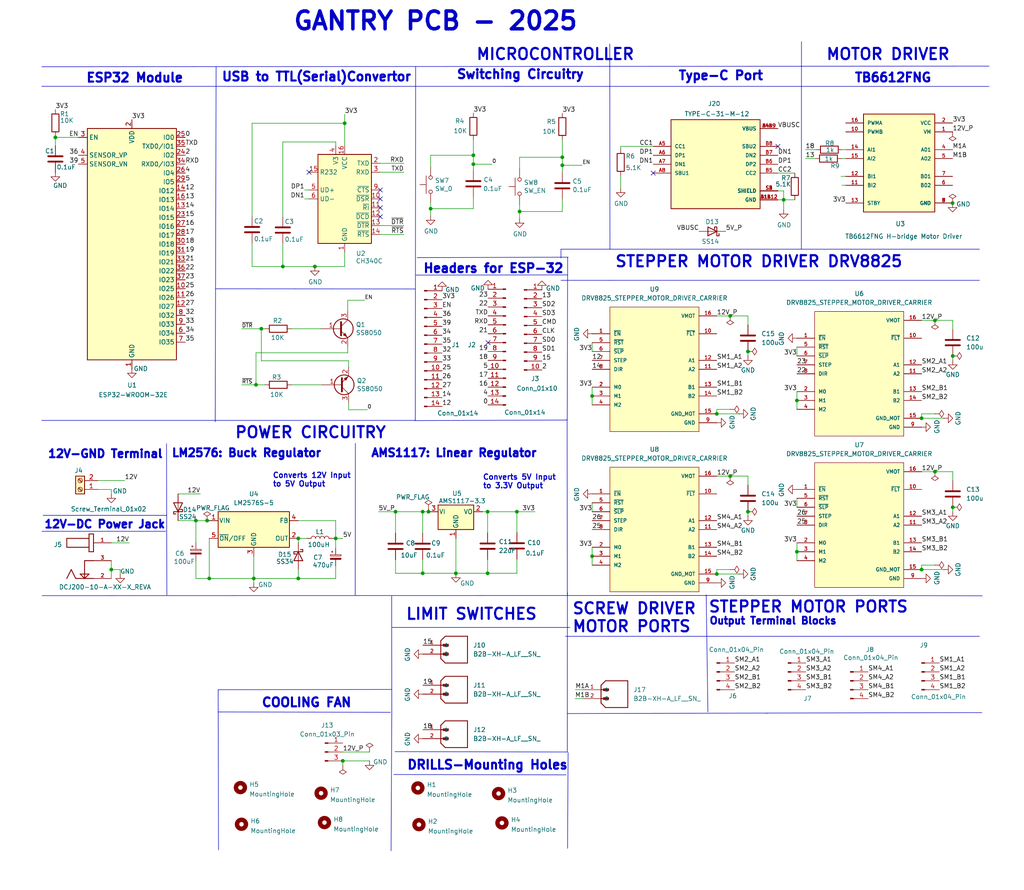
<source format=kicad_sch>
(kicad_sch (version 20250114) (generator "eeschema") (generator_version "9.0")
  (paper "User" 292.1 254)
  (text "STEPPER MOTOR PORTS\n\n" (at 201.93 180.34 0) (effects (font (size 3.175 3.175) (thickness 0.6) (bold yes)) (justify left bottom)))
  (text "GANTRY PCB - 2025" (at 83.312 9.144 0) (effects (font (size 5.08 5.08) (thickness 1) (bold yes)) (justify left bottom)))
  (text "12V-GND Terminal" (at 13.462 131.064 0) (effects (font (size 2.286 2.286) (thickness 0.6) (bold yes)) (justify left bottom)))
  (text "STEPPER MOTOR DRIVER DRV8825\n\n" (at 175.26 81.788 0) (effects (font (size 3.175 3.175) (thickness 0.6) (bold yes)) (justify left bottom)))
  (text "ESP32 Module" (at 24.384 23.876 0) (effects (font (size 2.54 2.54) (thickness 0.6) (bold yes)) (justify left bottom)))
  (text "Converts 5V Input \nto 3.3V Output" (at 137.668 139.7 0) (effects (font (size 1.524 1.524) (bold yes)) (justify left bottom)))
  (text "Output Terminal Blocks" (at 202.184 178.562 0) (effects (font (size 2.032 2.032) (thickness 0.6) (bold yes)) (justify left bottom)))
  (text "DRILLS-Mounting Holes" (at 115.9256 219.9894 0) (effects (font (size 2.54 2.54) (thickness 0.6) (bold yes)) (justify left bottom)))
  (text "COOLING FAN" (at 74.422 202.184 0) (effects (font (size 2.54 2.54) (thickness 0.6) (bold yes)) (justify left bottom)))
  (text "MICROCONTROLLER" (at 135.636 17.526 0) (effects (font (size 3.175 3.175) (thickness 0.6) (bold yes)) (justify left bottom)))
  (text "POWER CIRCUITRY" (at 66.802 125.476 0) (effects (font (size 3.175 3.175) (thickness 0.6) (bold yes)) (justify left bottom)))
  (text "12V-DC Power Jack" (at 12.446 151.13 0) (effects (font (size 2.2352 2.2352) (thickness 0.6) (bold yes)) (justify left bottom)))
  (text "AMS1117: Linear Regulator" (at 105.664 130.81 0) (effects (font (size 2.286 2.286) (thickness 0.6) (bold yes)) (justify left bottom)))
  (text "LIMIT SWITCHES" (at 115.57 177.292 0) (effects (font (size 3.175 3.175) (thickness 0.6) (bold yes)) (justify left bottom)))
  (text "Headers for ESP-32" (at 120.523 78.2574 0) (effects (font (size 2.54 2.54) (thickness 0.6) (bold yes)) (justify left bottom)))
  (text "Type-C Port\n" (at 193.3194 23.241 0) (effects (font (size 2.54 2.54) (thickness 0.6) (bold yes)) (justify left bottom)))
  (text "MOTOR DRIVER\n" (at 235.458 17.526 0) (effects (font (size 3.175 3.175) (thickness 0.6) (bold yes)) (justify left bottom)))
  (text "SCREW DRIVER\nMOTOR PORTS" (at 163.068 180.848 0) (effects (font (size 3.175 3.175) (thickness 0.6) (bold yes)) (justify left bottom)))
  (text "Converts 12V Input \nto 5V Output" (at 77.724 139.192 0) (effects (font (size 1.524 1.524) (bold yes)) (justify left bottom)))
  (text "Switching Circuitry\n" (at 130.0734 22.8854 0) (effects (font (size 2.54 2.54) (thickness 0.6) (bold yes)) (justify left bottom)))
  (text "USB to TTL(Serial)Convertor" (at 63.0428 23.5712 0) (effects (font (size 2.54 2.54) (thickness 0.6) (bold yes)) (justify left bottom)))
  (text "TB6612FNG\n" (at 243.586 22.352 0) (effects (font (size 2.54 2.54) (thickness 0.6) (bold yes)) (justify left)))
  (text "LM2576: Buck Regulator" (at 48.768 130.81 0) (effects (font (size 2.286 2.286) (thickness 0.6) (bold yes)) (justify left bottom)))
  (junction (at 208.28 135.89))
  (junction (at 271.78 101.6))
  (junction (at 262.89 162.56))
  (junction (at 266.7 91.44))
  (junction (at 120.5738 146.05))
  (junction (at 120.5738 163.6268))
  (junction (at 204.47 163.83))
  (junction (at 139.0904 146.05))
  (junction (at 73.025 109.8296))
  (junction (at 80.6704 76.073))
  (junction (at 160.401 47.1678))
  (junction (at 112.8268 146.05))
  (junction (at 95.758 153.67))
  (junction (at 208.28 90.17))
  (junction (at 122.2248 146.05))
  (junction (at 72.39 165.1))
  (junction (at 160.401 44.8818))
  (junction (at 31.75 162.56))
  (junction (at 148.209 60.3758))
  (junction (at 74.549 93.8276))
  (junction (at 204.47 118.11))
  (junction (at 97.79 217.17))
  (junction (at 139.0904 163.6268))
  (junction (at 89.8144 76.073))
  (junction (at 55.88 148.59))
  (junction (at 262.89 119.38))
  (junction (at 98.3234 35.179))
  (junction (at 147.447 146.05))
  (junction (at 227.33 157.48))
  (junction (at 59.0804 148.59))
  (junction (at 15.7988 39.2176))
  (junction (at 271.7292 57.9628))
  (junction (at 168.91 113.03))
  (junction (at 85.09 153.67))
  (junction (at 227.33 114.3))
  (junction (at 59.69 165.1))
  (junction (at 135.0264 46.863))
  (junction (at 213.36 146.05))
  (junction (at 168.91 158.75))
  (junction (at 130.048 163.6268))
  (junction (at 213.36 100.33))
  (junction (at 85.09 165.1))
  (junction (at 271.78 144.78))
  (junction (at 266.7 134.62))
  (junction (at 122.8344 59.563))
  (junction (at 223.5454 57.023))
  (junction (at 135.0264 44.323))
  (no_connect (at 108.4834 56.769))
  (no_connect (at 108.4834 54.229))
  (no_connect (at 108.4834 61.849))
  (no_connect (at 139.2174 97.79))
  (no_connect (at 221.8944 41.783))
  (no_connect (at 88.1634 49.149))
  (no_connect (at 108.4834 59.309))
  (no_connect (at 186.3344 49.403))
  (wire (pts (xy 160.401 56.8198) (xy 160.401 60.3758)))
  (wire (pts (xy 122.8344 47.625) (xy 122.8344 44.323)))
  (polyline (pts (xy 62.23 203.2) (xy 111.379 203.3016)))
  (polyline (pts (xy 11.938 24.638) (xy 12.192 24.638)))
  (polyline (pts (xy 243.4336 169.9768) (xy 201.2188 169.9514)))
  (wire (pts (xy 95.758 153.67) (xy 95.758 156.464)))
  (wire (pts (xy 240.1316 45.2628) (xy 241.2492 45.2628)))
  (wire (pts (xy 139.0904 146.05) (xy 139.0904 152.0698)))
  (polyline (pts (xy 61.3918 120.396) (xy 61.6458 19.05)))
  (wire (pts (xy 31.75 162.56) (xy 31.75 165.1)))
  (wire (pts (xy 73.025 109.8296) (xy 68.961 109.8296)))
  (polyline (pts (xy 279.4 181.61) (xy 161.29 181.61)))
  (polyline (pts (xy 201.422 169.9514) (xy 12.0142 170.0022)))
  (wire (pts (xy 177.0634 41.783) (xy 177.0634 42.545)))
  (wire (pts (xy 262.89 161.29) (xy 262.89 162.56)))
  (wire (pts (xy 108.4834 46.609) (xy 115.2144 46.609)))
  (wire (pts (xy 147.447 159.6136) (xy 147.447 163.6268)))
  (wire (pts (xy 85.09 153.67) (xy 85.09 154.94)))
  (polyline (pts (xy 111.7346 170.1038) (xy 111.76 203.2)))
  (wire (pts (xy 15.7988 39.2176) (xy 22.3774 39.2176)))
  (wire (pts (xy 72.39 158.75) (xy 72.39 165.1)))
  (wire (pts (xy 75.565 93.8276) (xy 74.549 93.8276)))
  (wire (pts (xy 240.1316 52.8828) (xy 241.2492 52.8828)))
  (polyline (pts (xy 161.8234 203.6572) (xy 280.0858 203.3778)))
  (wire (pts (xy 89.8144 76.073) (xy 98.3234 76.073)))
  (wire (pts (xy 99.187 100.6856) (xy 73.025 100.6856)))
  (wire (pts (xy 55.88 148.59) (xy 59.0804 148.59)))
  (wire (pts (xy 271.78 102.87) (xy 271.78 101.6)))
  (wire (pts (xy 271.78 91.44) (xy 266.7 91.44)))
  (polyline (pts (xy 11.938 19.05) (xy 282.1178 18.8722)))
  (wire (pts (xy 229.7684 45.2628) (xy 232.5116 45.2628)))
  (wire (pts (xy 31.75 139.7) (xy 31.75 140.97)))
  (wire (pts (xy 135.0264 46.863) (xy 135.0264 48.641)))
  (wire (pts (xy 213.36 90.17) (xy 208.28 90.17)))
  (wire (pts (xy 107.95 146.05) (xy 112.8268 146.05)))
  (wire (pts (xy 55.88 160.02) (xy 55.88 165.1)))
  (polyline (pts (xy 173.9392 12.5476) (xy 173.99 71.12)))
  (wire (pts (xy 97.79 218.44) (xy 97.79 217.17)))
  (polyline (pts (xy 162.052 214.7824) (xy 161.8996 242.1382)))
  (wire (pts (xy 74.549 93.8276) (xy 68.961 93.8276)))
  (polyline (pts (xy 161.8488 169.0624) (xy 161.8234 214.63)))
  (polyline (pts (xy 112.6744 214.5284) (xy 161.8234 214.63)))
  (wire (pts (xy 168.91 143.51) (xy 168.91 146.05)))
  (wire (pts (xy 204.47 162.56) (xy 204.47 163.83)))
  (wire (pts (xy 210.82 118.11) (xy 204.47 118.11)))
  (wire (pts (xy 80.6704 40.513) (xy 95.7834 40.513)))
  (wire (pts (xy 168.91 97.79) (xy 168.91 100.33)))
  (wire (pts (xy 120.5738 146.05) (xy 120.5738 152.1206)))
  (polyline (pts (xy 111.76 203.2) (xy 111.5568 242.824)))
  (polyline (pts (xy 118.5672 18.9738) (xy 118.4656 119.9896)))
  (wire (pts (xy 59.69 153.67) (xy 59.69 165.1)))
  (wire (pts (xy 122.8344 44.323) (xy 135.0264 44.323)))
  (polyline (pts (xy 218.7448 203.6064) (xy 218.7448 203.708)))
  (polyline (pts (xy 162.0774 73.406) (xy 118.9736 73.533)))
  (wire (pts (xy 147.447 151.9936) (xy 147.447 146.05)))
  (wire (pts (xy 99.187 88.7476) (xy 99.187 85.6996)))
  (wire (pts (xy 99.187 98.9076) (xy 99.187 100.6856)))
  (wire (pts (xy 213.36 147.32) (xy 213.36 146.05)))
  (wire (pts (xy 160.401 39.9288) (xy 160.401 44.8818)))
  (wire (pts (xy 85.09 162.56) (xy 85.09 165.1)))
  (wire (pts (xy 271.78 137.16) (xy 271.78 134.62)))
  (wire (pts (xy 88.1634 56.769) (xy 86.8934 56.769)))
  (wire (pts (xy 208.28 135.89) (xy 204.47 135.89)))
  (wire (pts (xy 227.33 142.24) (xy 227.33 144.78)))
  (wire (pts (xy 80.6704 76.073) (xy 71.9074 76.073)))
  (wire (pts (xy 120.5738 163.6268) (xy 130.048 163.6268)))
  (wire (pts (xy 31.75 154.94) (xy 36.83 154.94)))
  (wire (pts (xy 271.78 146.05) (xy 271.78 144.78)))
  (wire (pts (xy 95.758 165.1) (xy 95.758 161.544)))
  (wire (pts (xy 120.5738 159.7406) (xy 120.5738 163.6268)))
  (wire (pts (xy 204.47 116.84) (xy 204.47 118.11)))
  (wire (pts (xy 139.0904 146.05) (xy 147.447 146.05)))
  (wire (pts (xy 122.8344 57.785) (xy 122.8344 59.563)))
  (wire (pts (xy 135.0264 46.863) (xy 140.3604 46.863)))
  (wire (pts (xy 139.0904 159.6898) (xy 139.0904 163.6268)))
  (wire (pts (xy 213.36 92.71) (xy 213.36 90.17)))
  (wire (pts (xy 108.4834 64.389) (xy 115.2144 64.389)))
  (wire (pts (xy 135.0264 39.878) (xy 135.0264 44.323)))
  (wire (pts (xy 208.28 116.84) (xy 204.47 116.84)))
  (wire (pts (xy 269.24 162.56) (xy 262.89 162.56)))
  (wire (pts (xy 112.8268 146.05) (xy 120.5738 146.05)))
  (wire (pts (xy 95.7834 41.529) (xy 95.7834 40.513)))
  (wire (pts (xy 135.0264 44.323) (xy 135.0264 46.863)))
  (wire (pts (xy 221.8944 54.483) (xy 223.5454 54.483)))
  (wire (pts (xy 105.41 217.17) (xy 97.79 217.17)))
  (polyline (pts (xy 161.925 73.406) (xy 161.798 119.888)))
  (polyline (pts (xy 161.798 119.888) (xy 118.2116 120.0404)))
  (wire (pts (xy 55.88 148.59) (xy 55.88 154.94)))
  (wire (pts (xy 112.8268 159.7406) (xy 112.8268 163.6268)))
  (wire (pts (xy 55.88 165.1) (xy 59.69 165.1)))
  (polyline (pts (xy 101.3714 126.5428) (xy 101.3206 169.8244)))
  (wire (pts (xy 223.5454 54.483) (xy 223.5454 57.023)))
  (wire (pts (xy 223.5454 57.023) (xy 226.7204 57.023)))
  (wire (pts (xy 83.185 93.8276) (xy 91.567 93.8276)))
  (wire (pts (xy 227.33 99.06) (xy 227.33 101.6)))
  (wire (pts (xy 168.91 110.49) (xy 168.91 113.03)))
  (wire (pts (xy 108.4834 66.929) (xy 115.2144 66.929)))
  (wire (pts (xy 135.0264 56.261) (xy 135.0264 59.563)))
  (wire (pts (xy 148.209 48.1838) (xy 148.209 44.8818)))
  (wire (pts (xy 83.185 109.8296) (xy 91.821 109.8296)))
  (wire (pts (xy 208.28 90.17) (xy 204.47 90.17)))
  (polyline (pts (xy 228.6254 11.8872) (xy 228.6 71.12)))
  (wire (pts (xy 160.401 44.8818) (xy 160.401 47.1678)))
  (wire (pts (xy 97.79 214.63) (xy 105.41 214.63)))
  (wire (pts (xy 266.7 91.44) (xy 262.89 91.44)))
  (wire (pts (xy 71.9074 76.073) (xy 71.9074 69.342)))
  (wire (pts (xy 99.441 102.9716) (xy 74.549 102.9716)))
  (wire (pts (xy 122.2248 146.05) (xy 122.428 146.05)))
  (wire (pts (xy 34.29 162.56) (xy 34.29 163.83)))
  (polyline (pts (xy 112.3188 221.0562) (xy 161.4678 221.1578)))
  (wire (pts (xy 50.8 140.97) (xy 57.15 140.97)))
  (wire (pts (xy 269.24 119.38) (xy 262.89 119.38)))
  (wire (pts (xy 75.565 109.8296) (xy 73.025 109.8296)))
  (wire (pts (xy 15.7988 38.8874) (xy 15.7988 39.2176)))
  (wire (pts (xy 186.3344 41.783) (xy 177.0634 41.783)))
  (wire (pts (xy 208.28 162.56) (xy 204.47 162.56)))
  (wire (pts (xy 177.0634 53.721) (xy 177.0634 50.165)))
  (wire (pts (xy 147.447 146.05) (xy 152.6286 146.05)))
  (wire (pts (xy 213.36 138.43) (xy 213.36 135.89)))
  (wire (pts (xy 232.7656 42.7228) (xy 229.7684 42.7228)))
  (wire (pts (xy 148.209 58.3438) (xy 148.209 60.3758)))
  (polyline (pts (xy 118.4656 119.9896) (xy 11.8872 119.9896)))
  (polyline (pts (xy 118.4656 82.4738) (xy 61.4934 82.423)))
  (wire (pts (xy 227.33 157.48) (xy 227.33 160.02)))
  (wire (pts (xy 31.75 162.56) (xy 34.29 162.56)))
  (wire (pts (xy 74.549 102.9716) (xy 74.549 93.8276)))
  (wire (pts (xy 164.0332 199.39) (xy 166.37 199.39)))
  (wire (pts (xy 85.09 165.1) (xy 95.758 165.1)))
  (polyline (pts (xy 173.99 71.12) (xy 160.02 71.12)))
  (wire (pts (xy 95.758 148.59) (xy 95.758 153.67)))
  (wire (pts (xy 120.5738 146.05) (xy 122.2248 146.05)))
  (wire (pts (xy 160.401 60.3758) (xy 148.209 60.3758)))
  (wire (pts (xy 271.78 134.62) (xy 266.7 134.62)))
  (wire (pts (xy 71.9074 61.722) (xy 71.9074 35.179)))
  (wire (pts (xy 95.0976 153.67) (xy 95.758 153.67)))
  (wire (pts (xy 271.78 93.98) (xy 271.78 91.44)))
  (wire (pts (xy 221.8944 57.023) (xy 223.5454 57.023)))
  (wire (pts (xy 213.36 101.6) (xy 213.36 100.33)))
  (wire (pts (xy 112.8268 146.05) (xy 112.8268 152.1206)))
  (wire (pts (xy 227.33 154.94) (xy 227.33 157.48)))
  (wire (pts (xy 148.209 44.8818) (xy 160.401 44.8818)))
  (polyline (pts (xy 173.99 80.01) (xy 279.4 80.01)))
  (polyline (pts (xy 201.4474 169.7736) (xy 201.93 203.2)))
  (wire (pts (xy 27.94 137.16) (xy 35.56 137.16)))
  (wire (pts (xy 227.33 111.76) (xy 227.33 114.3)))
  (wire (pts (xy 59.69 165.1) (xy 72.39 165.1)))
  (wire (pts (xy 213.36 135.89) (xy 208.28 135.89)))
  (wire (pts (xy 130.048 153.67) (xy 130.048 163.6268)))
  (wire (pts (xy 210.82 163.83) (xy 204.47 163.83)))
  (wire (pts (xy 122.8344 59.563) (xy 122.8344 61.595)))
  (wire (pts (xy 98.3234 41.529) (xy 98.3234 35.179)))
  (polyline (pts (xy 162.56 179.07) (xy 111.76 179.07)))
  (wire (pts (xy 15.7734 39.2176) (xy 15.7988 39.2176)))
  (polyline (pts (xy 280.1874 170.053) (xy 243.5606 169.9514)))
  (polyline (pts (xy 47.498 126.6444) (xy 47.5996 169.8244)))
  (wire (pts (xy 223.5454 57.023) (xy 223.5454 59.817)))
  (wire (pts (xy 137.668 146.05) (xy 139.0904 146.05)))
  (wire (pts (xy 239.8776 50.3428) (xy 241.2492 50.3428)))
  (wire (pts (xy 80.6704 76.073) (xy 89.8144 76.073)))
  (wire (pts (xy 15.7988 39.2176) (xy 15.7988 41.5544)))
  (wire (pts (xy 108.4834 49.149) (xy 115.2144 49.149)))
  (polyline (pts (xy 62.23 196.85) (xy 111.7346 196.7738)))
  (wire (pts (xy 130.048 163.6268) (xy 139.0904 163.6268)))
  (wire (pts (xy 266.7 118.11) (xy 262.89 118.11)))
  (polyline (pts (xy 160.02 80.01) (xy 173.99 80.01)))
  (wire (pts (xy 72.39 165.1) (xy 85.09 165.1)))
  (wire (pts (xy 266.7 134.62) (xy 262.89 134.62)))
  (wire (pts (xy 80.6704 40.513) (xy 80.6704 61.849)))
  (wire (pts (xy 71.9074 35.179) (xy 98.3234 35.179)))
  (wire (pts (xy 99.441 114.9096) (xy 99.441 116.9416)))
  (polyline (pts (xy 47.5996 147.0914) (xy 12.2936 147.0914)))
  (wire (pts (xy 85.09 148.59) (xy 95.758 148.59)))
  (wire (pts (xy 168.91 156.21) (xy 168.91 158.75)))
  (polyline (pts (xy 160.02 71.12) (xy 160.02 73.66)))
  (polyline (pts (xy 161.9504 78.4606) (xy 118.6434 78.5114)))
  (polyline (pts (xy 47.2694 151.638) (xy 11.9634 151.638)))
  (wire (pts (xy 135.0264 59.563) (xy 122.8344 59.563)))
  (wire (pts (xy 59.0804 148.59) (xy 59.69 148.59)))
  (wire (pts (xy 164.1094 196.8246) (xy 166.37 196.85)))
  (wire (pts (xy 99.187 85.6996) (xy 104.013 85.6996)))
  (wire (pts (xy 160.401 47.1678) (xy 166.116 47.1678)))
  (wire (pts (xy 262.89 118.11) (xy 262.89 119.38)))
  (wire (pts (xy 226.7204 49.403) (xy 221.8944 49.403)))
  (wire (pts (xy 31.75 160.02) (xy 31.75 162.56)))
  (wire (pts (xy 112.8268 163.6268) (xy 120.5738 163.6268)))
  (polyline (pts (xy 62.23 196.85) (xy 62.3316 242.57)))
  (wire (pts (xy 266.7 161.29) (xy 262.89 161.29)))
  (wire (pts (xy 99.441 104.7496) (xy 99.441 102.9716)))
  (wire (pts (xy 168.91 113.03) (xy 168.91 115.57)))
  (wire (pts (xy 148.209 60.3758) (xy 148.209 62.4078)))
  (wire (pts (xy 139.0904 163.6268) (xy 147.447 163.6268)))
  (wire (pts (xy 122.2248 145.3388) (xy 122.2248 146.05)))
  (wire (pts (xy 88.1634 54.229) (xy 86.8934 54.229)))
  (wire (pts (xy 95.758 153.67) (xy 97.79 153.67)))
  (polyline (pts (xy 161.7726 119.6086) (xy 161.8234 169.8752)))
  (wire (pts (xy 99.441 116.9416) (xy 104.775 116.9416)))
  (polyline (pts (xy 173.99 71.12) (xy 279.4 71.12)))
  (wire (pts (xy 98.3234 76.073) (xy 98.3234 72.009)))
  (wire (pts (xy 27.94 139.7) (xy 31.75 139.7)))
  (polyline (pts (xy 12.192 24.638) (xy 282.1178 24.6634)))
  (wire (pts (xy 73.025 100.6856) (xy 73.025 109.8296)))
  (wire (pts (xy 50.8 148.59) (xy 55.88 148.59)))
  (wire (pts (xy 240.3856 42.7228) (xy 241.2492 42.7228)))
  (wire (pts (xy 168.91 158.75) (xy 168.91 161.29)))
  (wire (pts (xy 98.3234 35.179) (xy 98.3234 32.639)))
  (wire (pts (xy 72.39 166.37) (xy 72.39 165.1)))
  (wire (pts (xy 80.6704 69.469) (xy 80.6704 76.073)))
  (wire (pts (xy 227.33 114.3) (xy 227.33 116.84)))
  (wire (pts (xy 85.09 153.67) (xy 87.4776 153.67)))
  (wire (pts (xy 160.401 47.1678) (xy 160.401 49.1998)))
  (label "4" (at 139.2174 113.03 180))
  (label "33" (at 126.111 103.3018 0))
  (label "2" (at 154.5844 105.5878 0))
  (label "SM4_A1" (at 204.47 148.59 0))
  (label "2" (at 52.8574 44.2976 0))
  (label "SM1_B1" (at 204.47 110.49 0))
  (label "SM2_B1" (at 209.55 194.31 0))
  (label "SM2_B2" (at 209.55 196.85 0))
  (label "34" (at 52.8574 95.0976 0))
  (label "32" (at 52.8574 90.0176 0))
  (label "18" (at 120.65 208.28 0))
  (label "SM4_A1" (at 247.65 191.77 0))
  (label "SM2_A1" (at 262.89 104.14 0))
  (label "M1B" (at 271.7292 45.2628 0))
  (label "12V_P" (at 204.47 135.89 0))
  (label "26" (at 227.33 147.32 0))
  (label "25" (at 168.91 151.13 0))
  (label "3V3" (at 168.91 156.21 180))
  (label "3V3" (at 152.6286 146.05 180))
  (label "17" (at 139.2174 107.95 180))
  (label "DN1" (at 221.8944 44.323 0))
  (label "SM2_B2" (at 262.89 114.3 0))
  (label "SM3_A2" (at 262.89 149.86 0))
  (label "5V_P" (at 207.01 66.04 0))
  (label "27" (at 52.8574 87.4776 0))
  (label "25" (at 227.33 149.86 0))
  (label "SM1_A1" (at 204.47 102.87 0))
  (label "12V_P" (at 271.7292 37.6428 0))
  (label "22" (at 52.8574 77.3176 0))
  (label "EN" (at 104.013 85.6996 0) (effects (font (size 1.0668 1.0668))))
  (label "14" (at 126.111 113.4618 0))
  (label "33" (at 52.8574 92.5576 0))
  (label "SM2_A2" (at 209.55 191.77 0))
  (label "16" (at 139.2174 110.49 180))
  (label "TXD" (at 115.2144 49.149 180))
  (label "12" (at 52.8574 54.4576 0))
  (label "SM3_B2" (at 229.87 196.85 0))
  (label "SM2_A1" (at 209.55 189.23 0))
  (label "SM1_B1" (at 267.97 194.31 0))
  (label "SM4_A2" (at 247.65 194.31 0))
  (label "TXD" (at 139.2174 90.17 180))
  (label "3V3" (at 15.7988 31.2674 0))
  (label "3V3" (at 168.91 100.33 180))
  (label "5V_P" (at 107.95 146.05 0))
  (label "34" (at 126.111 95.6818 0))
  (label "M1A" (at 271.7292 42.7228 0))
  (label "25" (at 52.8574 82.3976 0))
  (label "21" (at 139.2174 95.25 180))
  (label "0" (at 104.775 116.9416 0) (effects (font (size 1.0668 1.0668))))
  (label "36" (at 126.111 90.6018 0))
  (label "15" (at 154.5844 103.0478 0))
  (label "SM1_A1" (at 267.97 189.23 0))
  (label "26" (at 126.111 108.3818 0))
  (label "SM1_A2" (at 267.97 191.77 0))
  (label "39" (at 22.3774 46.8376 180))
  (label "~{RTS}" (at 68.961 109.8296 0) (effects (font (size 1.0668 1.0668))))
  (label "RXD" (at 139.2174 92.71 180))
  (label "SM3_B2" (at 262.89 157.48 0))
  (label "3V3" (at 227.33 144.78 180))
  (label "SM3_B1" (at 229.87 194.31 0))
  (label "18" (at 52.8574 69.6976 0))
  (label "35" (at 126.111 98.2218 0))
  (label "12V_P" (at 262.89 134.62 0))
  (label "12V_P" (at 204.47 90.17 0))
  (label "12V" (at 57.15 140.97 180))
  (label "SD0" (at 154.5844 97.9678 0))
  (label "~{DTR}" (at 68.961 93.8276 0) (effects (font (size 1.0668 1.0668))))
  (label "27" (at 126.111 110.9218 0))
  (label "12V_P" (at 97.79 214.63 0))
  (label "TXD" (at 52.8574 41.7576 0))
  (label "12" (at 168.91 102.87 0))
  (label "3V3" (at 135.0264 32.258 0))
  (label "EN" (at 126.111 88.0618 0))
  (label "23" (at 52.8574 79.8576 0))
  (label "CC1" (at 186.3344 41.783 180))
  (label "21" (at 52.8574 74.7776 0))
  (label "25" (at 126.111 105.8418 0))
  (label "RXD" (at 115.2144 46.609 180))
  (label "SM4_B1" (at 247.65 196.85 0))
  (label "36" (at 22.3774 44.2976 180))
  (label "SM2_A2" (at 262.89 106.68 0))
  (label "19" (at 52.8574 72.2376 0))
  (label "19" (at 139.2174 100.33 180))
  (label "0" (at 139.2174 115.57 180))
  (label "18" (at 139.2174 102.87 180))
  (label "23" (at 139.2174 85.09 180))
  (label "15" (at 120.65 184.15 0))
  (label "~{DTR}" (at 115.2144 64.389 180))
  (label "4" (at 52.8574 49.3776 0))
  (label "0" (at 52.8574 39.2176 0))
  (label "SD3" (at 154.5844 90.3478 0))
  (label "DN1" (at 186.3344 46.863 180))
  (label "16" (at 52.8574 64.6176 0))
  (label "SM3_A1" (at 262.89 147.32 0))
  (label "3V3" (at 160.401 32.3088 0))
  (label "SM2_B1" (at 262.89 111.76 0))
  (label "SD2" (at 154.5844 87.8078 0))
  (label "12V" (at 36.83 154.94 180))
  (label "SM3_A1" (at 229.87 189.23 0))
  (label "5V" (at 97.79 153.67 0))
  (label "0" (at 140.3604 46.863 0) (effects (font (size 1.0668 1.0668))))
  (label "M1B" (at 164.0332 199.39 0))
  (label "13" (at 229.7684 45.2628 0))
  (label "3V3" (at 168.91 110.49 180))
  (label "3V3" (at 126.111 85.5218 0))
  (label "5" (at 52.8574 51.9176 0))
  (label "3V3" (at 227.33 154.94 180))
  (label "22" (at 227.33 106.68 0))
  (label "39" (at 126.111 93.1418 0))
  (label "26" (at 168.91 148.59 0))
  (label "12V" (at 35.56 137.16 0))
  (label "3V3" (at 37.6174 34.1376 0))
  (label "SM4_B2" (at 247.65 199.39 0))
  (label "VBUSC" (at 221.8944 36.703 0))
  (label "CC2" (at 221.8944 49.403 0))
  (label "CMD" (at 154.5844 92.8878 0))
  (label "13" (at 52.8574 56.9976 0))
  (label "M1A" (at 164.1094 196.8246 0))
  (label "12V_P" (at 262.89 91.44 0))
  (label "26" (at 52.8574 84.9376 0))
  (label "18" (at 229.7684 42.7228 0))
  (label "12" (at 126.111 116.0018 0))
  (label "EN" (at 166.116 47.1678 0) (effects (font (size 1.0668 1.0668))))
  (label "SD1" (at 154.5844 100.5078 0))
  (label "DP1" (at 186.3344 44.323 180))
  (label "3V3" (at 227.33 101.6 180))
  (label "17" (at 52.8574 67.1576 0))
  (label "5" (at 139.2174 105.41 180))
  (label "19" (at 120.65 195.58 0))
  (label "14" (at 168.91 105.41 0))
  (label "SM3_A2" (at 229.87 191.77 0))
  (label "3V3" (at 168.91 146.05 180))
  (label "DP1" (at 221.8944 46.863 0))
  (label "SM1_B2" (at 267.97 196.85 0))
  (label "EN" (at 22.3774 39.2176 180))
  (label "SM1_B2" (at 204.47 113.03 0))
  (label "35" (at 52.8574 97.6376 0))
  (label "SM4_A2" (at 204.47 151.13 0))
  (label "22" (at 139.2174 87.63 180))
  (label "15" (at 52.8574 62.0776 0))
  (label "CLK" (at 154.5844 95.4278 0))
  (label "32" (at 126.111 100.7618 0))
  (label "SM1_A2" (at 204.47 105.41 0))
  (label "3V3" (at 271.7292 35.1028 0))
  (label "~{RTS}" (at 115.2144 66.929 180))
  (label "14" (at 52.8574 59.5376 0))
  (label "SM4_B2" (at 204.47 158.75 0))
  (label "SM3_B1" (at 262.89 154.94 0))
  (label "3V3" (at 98.3234 32.639 0))
  (label "23" (at 227.33 104.14 0))
  (label "SM4_B1" (at 204.47 156.21 0))
  (label "3V3" (at 241.2492 57.9628 180))
  (label "13" (at 154.5844 85.2678 0))
  (label "VBUSC" (at 199.39 66.04 180))
  (label "RXD" (at 52.8574 46.8376 0))
  (label "DN1" (at 86.8934 56.769 180))
  (label "DP1" (at 86.8934 54.229 180))
  (label "3V3" (at 227.33 111.76 180))
  (symbol (lib_id "Device:R") (at 236.5756 42.7228 90) (unit 1)
    (property "Reference" "R8" (at 236.6772 40.894 90))
    (property "Value" "1k" (at 236.7788 42.7736 90))
    (property "Footprint" "Resistor_SMD:R_0603_1608Metric" (effects (hide yes)))
  )
  (symbol (lib_name "GND_1") (lib_id "power:GND") (at 213.36 101.6 0) (unit 1)
    (property "Reference" "#PWR033" (effects (hide yes)))
    (property "Value" "GND" (at 213.36 105.664 0))
    (property "Description" "Power symbol creates a global label with name \"GND\" , ground" (effects (hide yes)))
  )
  (symbol (lib_id "Connector:Conn_01x04_Pin") (at 224.79 191.77 0) (unit 1)
    (property "Reference" "J7" (at 230.378 199.39 0))
    (property "Value" "Conn_01x04_Pin" (at 230.124 185.928 0))
    (property "Footprint" "Connector_JST:JST_EH_B4B-EH-A_1x04_P2.50mm_Vertical" (effects (hide yes)))
    (property "Description" "Generic connector, single row, 01x04, script generated" (effects (hide yes)))
  )
  (symbol (lib_id "ESP32-S2-rescue:TYPE-C-31-M-12-TYPE-C-31-M-12") (at 204.1144 46.863 0) (unit 1)
    (property "Reference" "J20" (at 203.7334 29.591 0))
    (property "Value" "TYPE-C-31-M-12" (at 204.4954 32.512 0))
    (property "Footprint" "Connector_USB:USB_C_Receptacle_HRO_TYPE-C-31-M-12" (effects (hide yes)))
    (property "MAXIMUM_PACKAGE_HEIGHT" "3.31mm" (effects (hide yes)))
    (property "PARTREV" "A" (effects (hide yes)))
    (property "MANUFACTURER" "HRO Electronics" (effects (hide yes)))
    (property "STANDARD" "Manufacturer Recommendations" (effects (hide yes)))
  )
  (symbol (lib_id "ESP32-S2-rescue:CH340C-Interface_USB") (at 98.3234 56.769 0) (unit 1)
    (property "Reference" "U2" (at 102.9208 72.3392 0))
    (property "Value" "CH340C" (at 105.3338 74.4982 0))
    (property "Footprint" "Package_SO:SOIC-16_3.9x9.9mm_P1.27mm" (effects (hide yes)))
    (property "Datasheet" "https://datasheet.lcsc.com/szlcsc/Jiangsu-Qin-Heng-CH340C_C84681.pdf" (effects (hide yes)))
  )
  (symbol (lib_id "Device:C") (at 271.78 140.97 0) (unit 1)
    (property "Reference" "C13" (at 275.59 139.6999 0) (effects (justify left)))
    (property "Value" "100u" (at 275.59 142.2399 0) (effects (justify left)))
    (property "Footprint" "Capacitor_SMD:CP_Elec_6.3x7.7" (effects (hide yes)))
    (property "Description" "Unpolarized capacitor" (effects (hide yes)))
  )
  (symbol (lib_id "power:PWR_FLAG") (at 105.41 214.63 0) (unit 1)
    (property "Reference" "#FLG017" (effects (hide yes)))
    (property "Value" "PWR_FLAG" (effects (hide yes)))
  )
  (symbol (lib_id "Connector:Conn_01x04_Pin") (at 262.89 191.77 0) (unit 1)
    (property "Reference" "J9" (at 263.525 184.15 0))
    (property "Value" "Conn_01x04_Pin" (at 267.716 198.882 0))
    (property "Footprint" "Connector_JST:JST_EH_B4B-EH-A_1x04_P2.50mm_Vertical" (effects (hide yes)))
    (property "Description" "Generic connector, single row, 01x04, script generated" (effects (hide yes)))
  )
  (symbol (lib_id "ESP32-S2-rescue:GND-power") (at 120.65 198.12 270) (unit 1)
    (property "Reference" "#PWR018" (effects (hide yes)))
    (property "Value" "GND" (at 116.2558 198.247 0))
  )
  (symbol (lib_id "power:GND") (at 72.39 166.37 0) (unit 1)
    (property "Reference" "#PWR017" (effects (hide yes)))
    (property "Value" "GND" (at 75.692 166.878 0))
  )
  (symbol (lib_id "power:GND") (at 130.048 163.6268 0) (unit 1)
    (property "Reference" "#PWR020" (effects (hide yes)))
    (property "Value" "GND" (at 133.2738 166.4716 0))
  )
  (symbol (lib_id "Device:C") (at 147.447 155.8036 0) (unit 1)
    (property "Reference" "C10" (at 150.368 154.8951 0) (effects (justify left)))
    (property "Value" "0.1uF" (at 149.8854 157.8864 0) (effects (justify left)))
    (property "Footprint" "Capacitor_SMD:C_0805_2012Metric" (effects (hide yes)))
  )
  (symbol (lib_id "power:PWR_FLAG") (at 213.36 146.05 270) (unit 1)
    (property "Reference" "#FLG015" (effects (hide yes)))
    (property "Value" "PWR_FLAG" (effects (hide yes)))
  )
  (symbol (lib_id "ESP32-S2-rescue:GND-power") (at 89.8144 76.073 0) (unit 1)
    (property "Reference" "#PWR031" (effects (hide yes)))
    (property "Value" "GND" (at 89.9414 80.4672 0))
  )
  (symbol (lib_id "Mechanical:MountingHole") (at 142.2146 226.4918 0) (unit 1)
    (property "Reference" "H3" (at 144.7546 225.5833 0) (effects (justify left)))
    (property "Value" "MountingHole" (at 144.7546 228.3584 0) (effects (justify left)))
    (property "Footprint" "MountingHole:MountingHole_3.2mm_M3" (effects (hide yes)))
  )
  (symbol (lib_id "ESP32-S2-rescue:GND-power") (at 223.5454 59.817 0) (unit 1)
    (property "Reference" "#PWR027" (effects (hide yes)))
    (property "Value" "GND" (at 223.6724 64.2112 0))
  )
  (symbol (lib_id "power:GND") (at 31.75 140.97 0) (unit 1)
    (property "Reference" "#PWR014" (effects (hide yes)))
    (property "Value" "GND" (at 34.1884 140.1572 0))
  )
  (symbol (lib_id "power:PWR_FLAG") (at 266.7 134.62 180) (unit 1)
    (property "Reference" "#FLG09" (effects (hide yes)))
    (property "Value" "PWR_FLAG" (effects (hide yes)))
  )
  (symbol (lib_id "Diode:1N5822") (at 85.09 158.75 270) (unit 1)
    (property "Reference" "D15" (at 79.248 158.242 90) (effects (justify left)))
    (property "Value" "SS34" (at 78.74 160.274 90) (effects (justify left)))
    (property "Footprint" "Diode_SMD:D_SMB" (effects (hide yes)))
    (property "Datasheet" "http://www.vishay.com/docs/88526/1n5820.pdf" (effects (hide yes)))
  )
  (symbol (lib_name "GND_6") (lib_id "power:GND") (at 139.2174 82.55 0) (mirror x) (unit 1)
    (property "Reference" "#PWR032" (effects (hide yes)))
    (property "Value" "GND" (at 136.271 82.2452 0))
  )
  (symbol (lib_id "ESP32-S2-rescue:GND-power") (at 168.91 95.25 270) (unit 1)
    (property "Reference" "#PWR02" (effects (hide yes)))
    (property "Value" "GND" (at 164.5158 95.377 0))
  )
  (symbol (lib_id "ESP32-S2-rescue:GND-power") (at 148.209 62.4078 0) (unit 1)
    (property "Reference" "#PWR024" (effects (hide yes)))
    (property "Value" "GND" (at 148.336 66.802 0))
  )
  (symbol (lib_id "power:PWR_FLAG") (at 271.78 144.78 270) (unit 1)
    (property "Reference" "#FLG014" (effects (hide yes)))
    (property "Value" "PWR_FLAG" (effects (hide yes)))
  )
  (symbol (lib_id "ESP32-S2-rescue:GND-power") (at 227.33 96.52 270) (unit 1)
    (property "Reference" "#PWR04" (effects (hide yes)))
    (property "Value" "GND" (at 222.9358 96.647 0))
  )
  (symbol (lib_id "RF_Module:ESP32-WROOM-32E") (at 37.6174 69.6976 0) (unit 1)
    (property "Reference" "U1" (at 36.2966 109.9312 0) (effects (justify left)))
    (property "Value" "ESP32-WROOM-32E" (at 28.1021 112.6998 0) (effects (justify left)))
    (property "Footprint" "ESP-32:ESP32-WROOM-32E__4MB_HIGH_TEMP_" (effects (hide yes)))
    (property "Datasheet" "https://www.espressif.com/sites/default/files/documentation/esp32-wroom-32e_esp32-wroom-32ue_datasheet_en.pdf" (effects (hide yes)))
    (property "Description" "RF Module, ESP32-D0WD-V3 SoC, without PSRAM, Wi-Fi 802.11b/g/n, Bluetooth, BLE, 32-bit, 2.7-3.6V, onboard antenna, SMD" (effects (hide yes)))
  )
  (symbol (lib_id "DRV8825_STEPPER_MOTOR_DRIVER_CARRIER:DRV8825_STEPPER_MOTOR_DRIVER_CARRIER") (at 186.69 151.13 0) (unit 1)
    (property "Reference" "U8" (at 186.69 128.27 0))
    (property "Value" "DRV8825_STEPPER_MOTOR_DRIVER_CARRIER" (at 186.69 130.81 0))
    (property "Footprint" "DRV8825_STEPPER_MOTOR_DRIVER_CARRIER:IC_DRV8825_STEPPER_MOTOR_DRIVER_CARRIER" (effects (hide yes)))
    (property "Description" "Stepper motor controler; IC: DRV8825; 1.5A; Uin mot: 8.2÷45V" (effects (hide yes)))
    (property "MF" "Pololu" (effects (hide yes)))
    (property "PACKAGE" "None" (effects (hide yes)))
    (property "PRICE" "None" (effects (hide yes)))
    (property "Package" "None" (effects (hide yes)))
    (property "Check_prices" "https://www.snapeda.com/parts/DRV8825%20STEPPER%20MOTOR%20DRIVER%20CARRIER/Pololu/view-part/?ref=eda" (effects (hide yes)))
    (property "Price" "None" (effects (hide yes)))
    (property "SnapEDA_Link" "https://www.snapeda.com/parts/DRV8825%20STEPPER%20MOTOR%20DRIVER%20CARRIER/Pololu/view-part/?ref=snap" (effects (hide yes)))
    (property "MP" "DRV8825 STEPPER MOTOR DRIVER CARRIER" (effects (hide yes)))
    (property "Availability" "Not in stock" (effects (hide yes)))
    (property "AVAILABILITY" "Unavailable" (effects (hide yes)))
    (property "Description_1" "Stepper, Bipolar 8.2 ~ 45VDC Supply 1.5A 8.2 ~ 45V Load" (effects (hide yes)))
  )
  (symbol (lib_id "Device:C") (at 213.36 96.52 0) (unit 1)
    (property "Reference" "C15" (at 217.17 95.2499 0) (effects (justify left)))
    (property "Value" "100u" (at 217.17 97.7899 0) (effects (justify left)))
    (property "Footprint" "Capacitor_SMD:CP_Elec_6.3x7.7" (effects (hide yes)))
    (property "Description" "Unpolarized capacitor" (effects (hide yes)))
  )
  (symbol (lib_name "GND_1") (lib_id "power:GND") (at 271.78 102.87 0) (unit 1)
    (property "Reference" "#PWR025" (effects (hide yes)))
    (property "Value" "GND" (at 271.78 106.934 0))
    (property "Description" "Power symbol creates a global label with name \"GND\" , ground" (effects (hide yes)))
  )
  (symbol (lib_id "Device:C_Polarized_Small") (at 55.88 157.48 0) (unit 1)
    (property "Reference" "C6" (at 49.9364 157.9626 0) (effects (justify left)))
    (property "Value" "100uF" (at 49.53 160.274 0) (effects (justify left)))
    (property "Footprint" "Capacitor_SMD:CP_Elec_6.3x7.7" (effects (hide yes)))
  )
  (symbol (lib_id "Diode:1N5822") (at 203.2 66.04 180) (unit 1)
    (property "Reference" "D13" (at 203.1492 63.2968 0))
    (property "Value" "SS14" (at 202.6412 68.9356 0))
    (property "Footprint" "Diode_SMD:D_SMA" (effects (hide yes)))
    (property "Datasheet" "http://www.vishay.com/docs/88526/1n5820.pdf" (effects (hide yes)))
  )
  (symbol (lib_id "Device:R") (at 236.3216 45.2628 90) (unit 1)
    (property "Reference" "R9" (at 238.2012 47.3456 90))
    (property "Value" "1k" (at 236.4232 45.3136 90))
    (property "Footprint" "Resistor_SMD:R_0603_1608Metric" (effects (hide yes)))
  )
  (symbol (lib_id "Device:C") (at 213.36 142.24 0) (unit 1)
    (property "Reference" "C14" (at 217.17 140.9699 0) (effects (justify left)))
    (property "Value" "100u" (at 217.17 143.5099 0) (effects (justify left)))
    (property "Footprint" "Capacitor_SMD:CP_Elec_6.3x7.7" (effects (hide yes)))
    (property "Description" "Unpolarized capacitor" (effects (hide yes)))
  )
  (symbol (lib_id "Mechanical:MountingHole") (at 119.507 235.3564 0) (unit 1)
    (property "Reference" "H2" (at 122.047 234.4479 0) (effects (justify left)))
    (property "Value" "MountingHole" (at 122.047 237.223 0) (effects (justify left)))
    (property "Footprint" "MountingHole:MountingHole_3.2mm_M3" (effects (hide yes)))
  )
  (symbol (lib_id "power:PWR_FLAG") (at 213.36 100.33 270) (unit 1)
    (property "Reference" "#FLG016" (effects (hide yes)))
    (property "Value" "PWR_FLAG" (effects (hide yes)))
  )
  (symbol (lib_id "ESP32-S2-rescue:GND-power") (at 120.65 210.82 270) (unit 1)
    (property "Reference" "#PWR021" (effects (hide yes)))
    (property "Value" "GND" (at 116.2558 210.947 0))
  )
  (symbol (lib_id "Mechanical:MountingHole") (at 143.1798 234.8738 0) (unit 1)
    (property "Reference" "H4" (at 145.7198 233.9653 0) (effects (justify left)))
    (property "Value" "MountingHole" (at 145.7198 236.7404 0) (effects (justify left)))
    (property "Footprint" "MountingHole:MountingHole_3.2mm_M3" (effects (hide yes)))
  )
  (symbol (lib_id "power:PWR_FLAG") (at 271.7292 37.6428 180) (unit 1)
    (property "Reference" "#FLG01" (effects (hide yes)))
    (property "Value" "PWR_FLAG" (effects (hide yes)))
  )
  (symbol (lib_id "power:PWR_FLAG") (at 271.78 101.6 270) (unit 1)
    (property "Reference" "#FLG013" (effects (hide yes)))
    (property "Value" "PWR_FLAG" (effects (hide yes)))
  )
  (symbol (lib_id "ESP32-S2-rescue:R-Device") (at 226.7204 53.213 0) (unit 1)
    (property "Reference" "R7" (at 222.8342 50.8 0) (effects (justify left)))
    (property "Value" "5.1K" (at 221.1578 52.578 0) (effects (justify left)))
    (property "Footprint" "Resistor_SMD:R_0805_2012Metric" (effects (hide yes)))
  )
  (symbol (lib_id "power:PWR_FLAG") (at 266.7 161.29 270) (unit 1)
    (property "Reference" "#FLG010" (effects (hide yes)))
    (property "Value" "PWR_FLAG" (effects (hide yes)))
  )
  (symbol (lib_id "Device:L") (at 91.2876 153.67 90) (unit 1)
    (property "Reference" "L1" (at 91.2368 151.7904 90))
    (property "Value" "100uH" (at 90.932 155.448 90))
    (property "Footprint" "Inductor_SMD:L_10.4x10.4_H4.8" (effects (hide yes)))
  )
  (symbol (lib_name "PWR_FLAG_1") (lib_id "power:PWR_FLAG") (at 59.0804 148.59 0) (unit 1)
    (property "Reference" "#FLG02" (effects (hide yes)))
    (property "Value" "PWR_FLAG" (at 60.7314 144.9832 0))
    (property "Description" "Special symbol for telling ERC where power comes from" (effects (hide yes)))
  )
  (symbol (lib_id "Connector:Screw_Terminal_01x02") (at 22.86 139.7 180) (unit 1)
    (property "Reference" "J4" (at 22.4536 134.3152 0))
    (property "Value" "Screw_Terminal_01x02" (at 30.988 145.288 0))
    (property "Footprint" "TerminalBlock:TerminalBlock_bornier-2_P5.08mm" (effects (hide yes)))
  )
  (symbol (lib_name "GND_1") (lib_id "power:GND") (at 271.7292 57.9628 0) (unit 1)
    (property "Reference" "#PWR022" (effects (hide yes)))
    (property "Value" "GND" (at 274.8026 58.2676 0))
    (property "Description" "Power symbol creates a global label with name \"GND\" , ground" (effects (hide yes)))
  )
  (symbol (lib_id "MMBT8050:MMBT8050") (at 97.917 93.8276 0) (unit 1)
    (property "Reference" "Q1" (at 101.4984 92.6592 0) (effects (justify left)))
    (property "Value" "SS8050" (at 101.4984 94.9706 0) (effects (justify left)))
    (property "Footprint" "Package_TO_SOT_SMD:SOT-23" (effects (hide yes)))
  )
  (symbol (lib_id "power:PWR_FLAG") (at 208.28 162.56 270) (unit 1)
    (property "Reference" "#FLG012" (effects (hide yes)))
    (property "Value" "PWR_FLAG" (effects (hide yes)))
  )
  (symbol (lib_name "GND_1") (lib_id "power:GND") (at 210.82 163.83 90) (unit 1)
    (property "Reference" "#PWR012" (effects (hide yes)))
    (property "Value" "GND" (at 214.884 163.83 0))
    (property "Description" "Power symbol creates a global label with name \"GND\" , ground" (effects (hide yes)))
  )
  (symbol (lib_id "ESP32-S2-rescue:R-Device") (at 15.7988 35.0774 180) (unit 1)
    (property "Reference" "R1" (at 19.7612 32.512 0) (effects (justify left)))
    (property "Value" "10K" (at 21.0312 34.3916 0) (effects (justify left)))
    (property "Footprint" "Resistor_SMD:R_0805_2012Metric" (effects (hide yes)))
  )
  (symbol (lib_id "power:PWR_FLAG") (at 208.28 90.17 180) (unit 1)
    (property "Reference" "#FLG05" (effects (hide yes)))
    (property "Value" "PWR_FLAG" (effects (hide yes)))
  )
  (symbol (lib_id "Connector:Conn_01x10_Pin") (at 149.5044 92.8878 0) (unit 1)
    (property "Reference" "J3" (at 152.654 108.077 0))
    (property "Value" "Conn_01x10" (at 153.2128 110.8456 0))
    (property "Footprint" "Connector_PinHeader_2.54mm:PinHeader_1x10_P2.54mm_Vertical" (effects (hide yes)))
    (property "Description" "Generic connector, single row, 01x10, script generated" (effects (hide yes)))
  )
  (symbol (lib_id "Mechanical:MountingHole") (at 119.2022 224.8916 0) (unit 1)
    (property "Reference" "H1" (at 121.7422 223.9831 0) (effects (justify left)))
    (property "Value" "MountingHole" (at 121.7422 226.7582 0) (effects (justify left)))
    (property "Footprint" "MountingHole:MountingHole_3.2mm_M3" (effects (hide yes)))
  )
  (symbol (lib_id "Motor Drivers:TB6612FNG H-bridge") (at 256.4892 47.8028 0) (unit 1)
    (property "Reference" "U3" (at 256.8194 63.881 0))
    (property "Value" "TB6612FNG H-bridge Motor Driver" (at 257.7846 67.4624 0))
    (property "Footprint" "Motor Drivers:TB6612FNG" (effects (hide yes)))
    (property "Description" "11-13-17" (effects (hide yes)))
    (property "MANUFACTURER" "Sparkfun Electronics" (effects (hide yes)))
    (property "STANDARD" "Manufacturer Recommendation" (effects (hide yes)))
  )
  (symbol (lib_name "PWR_FLAG_1") (lib_id "power:PWR_FLAG") (at 122.2248 145.3388 0) (unit 1)
    (property "Reference" "#FLG03" (effects (hide yes)))
    (property "Value" "PWR_FLAG" (at 117.7544 141.8844 0))
    (property "Description" "Special symbol for telling ERC where power comes from" (effects (hide yes)))
  )
  (symbol (lib_name "GND_3") (lib_id "power:GND") (at 15.7988 49.1744 0) (unit 1)
    (property "Reference" "#PWR040" (effects (hide yes)))
    (property "Value" "GND" (at 17.1704 52.959 0))
    (property "Description" "Power symbol creates a global label with name \"GND\" , ground" (effects (hide yes)))
  )
  (symbol (lib_id "ESP32-S2-rescue:GND-power") (at 177.0634 53.721 0) (unit 1)
    (property "Reference" "#PWR026" (effects (hide yes)))
    (property "Value" "GND" (at 177.1904 58.1152 0))
  )
  (symbol (lib_id "Device:C") (at 112.8268 155.9306 0) (unit 1)
    (property "Reference" "C8" (at 115.7478 155.0221 0) (effects (justify left)))
    (property "Value" "10uF" (at 114.2492 158.4706 0) (effects (justify left)))
    (property "Footprint" "Capacitor_SMD:C_0805_2012Metric" (effects (hide yes)))
  )
  (symbol (lib_id "power:GND") (at 34.29 163.83 0) (unit 1)
    (property "Reference" "#PWR015" (effects (hide yes)))
    (property "Value" "GND" (at 36.322 163.068 0))
  )
  (symbol (lib_id "ESP32-S2-rescue:R-Device") (at 79.375 109.8296 90) (unit 1)
    (property "Reference" "R3" (at 80.264 107.6706 90) (effects (justify left)))
    (property "Value" "10K" (at 80.899 112.6236 90) (effects (justify left)))
    (property "Footprint" "Resistor_SMD:R_0805_2012Metric" (effects (hide yes)))
  )
  (symbol (lib_id "ESP32-S2-rescue:SW_Push-Switch") (at 148.209 53.2638 90) (unit 1)
    (property "Reference" "SW8" (at 149.4282 52.0954 90) (effects (justify right)))
    (property "Value" "SW_EN" (at 149.4282 54.4068 90) (effects (justify right)))
    (property "Footprint" "Button_Switch_SMD:SW_Push_SPST_NO_Alps_SKRK" (effects (hide yes)))
  )
  (symbol (lib_id "power:PWR_FLAG") (at 208.28 135.89 180) (unit 1)
    (property "Reference" "#FLG011" (effects (hide yes)))
    (property "Value" "PWR_FLAG" (effects (hide yes)))
  )
  (symbol (lib_id "power:PWR_FLAG") (at 266.7 118.11 270) (unit 1)
    (property "Reference" "#FLG08" (effects (hide yes)))
    (property "Value" "PWR_FLAG" (effects (hide yes)))
  )
  (symbol (lib_id "Device:C") (at 120.5738 155.9306 0) (unit 1)
    (property "Reference" "C9" (at 122.9868 155.0221 0) (effects (justify left)))
    (property "Value" "0.1uF" (at 121.4882 158.4706 0) (effects (justify left)))
    (property "Footprint" "Capacitor_SMD:C_0805_2012Metric" (effects (hide yes)))
  )
  (symbol (lib_id "Connector:Conn_01x14_Pin") (at 144.2974 97.79 0) (mirror y) (unit 1)
    (property "Reference" "J2" (at 134.5946 98.425 0))
    (property "Value" "Conn_01x14" (at 149.733 117.7036 0))
    (property "Footprint" "Connector_PinHeader_2.54mm:PinHeader_1x14_P2.54mm_Vertical" (effects (hide yes)))
  )
  (symbol (lib_id "ESP32-S2-rescue:C-Device") (at 135.0264 52.451 180) (unit 1)
    (property "Reference" "C4" (at 140.6144 51.308 0) (effects (justify left)))
    (property "Value" "0.1uF" (at 143.2814 53.848 0) (effects (justify left)))
    (property "Footprint" "Capacitor_SMD:C_0805_2012Metric" (effects (hide yes)))
  )
  (symbol (lib_id "ESP32-S2-rescue:C-Device") (at 160.401 53.0098 180) (unit 1)
    (property "Reference" "C5" (at 165.989 51.7398 0) (effects (justify left)))
    (property "Value" "0.1uF" (at 168.783 54.1528 0) (effects (justify left)))
    (property "Footprint" "Capacitor_SMD:C_0805_2012Metric" (effects (hide yes)))
  )
  (symbol (lib_id "Diode:1N5822") (at 50.8 144.78 90) (unit 1)
    (property "Reference" "D14" (at 54.102 145.4658 90))
    (property "Value" "SS24" (at 53.5686 147.4978 90))
    (property "Footprint" "Diode_SMD:D_SMA" (effects (hide yes)))
    (property "Datasheet" "http://www.vishay.com/docs/88526/1n5820.pdf" (effects (hide yes)))
  )
  (symbol (lib_id "Mechanical:MountingHole") (at 91.5924 226.3902 0) (unit 1)
    (property "Reference" "H7" (at 94.1324 225.4817 0) (effects (justify left)))
    (property "Value" "MountingHole" (at 94.1324 228.2568 0) (effects (justify left)))
    (property "Footprint" "MountingHole:MountingHole_3.2mm_M3" (effects (hide yes)))
  )
  (symbol (lib_id "power:PWR_FLAG") (at 208.28 116.84 270) (unit 1)
    (property "Reference" "#FLG06" (effects (hide yes)))
    (property "Value" "PWR_FLAG" (effects (hide yes)))
  )
  (symbol (lib_name "GND_1") (lib_id "power:GND") (at 210.82 118.11 90) (unit 1)
    (property "Reference" "#PWR03" (effects (hide yes)))
    (property "Value" "GND" (at 214.884 118.11 0))
    (property "Description" "Power symbol creates a global label with name \"GND\" , ground" (effects (hide yes)))
  )
  (symbol (lib_id "MMBT8050:MMBT8050") (at 98.171 109.8296 0) (mirror x) (unit 1)
    (property "Reference" "Q2" (at 101.7524 108.6612 0) (effects (justify left)))
    (property "Value" "SS8050" (at 101.7524 110.9726 0) (effects (justify left)))
    (property "Footprint" "Package_TO_SOT_SMD:SOT-23" (effects (hide yes)))
  )
  (symbol (lib_id "ESP32-S2-rescue:R-Device") (at 135.0264 36.068 180) (unit 1)
    (property "Reference" "R4" (at 132.4864 34.544 0) (effects (justify left)))
    (property "Value" "10K" (at 133.2484 37.338 0) (effects (justify left)))
    (property "Footprint" "Resistor_SMD:R_0805_2012Metric" (effects (hide yes)))
  )
  (symbol (lib_id "Power JST:B2B-XH-A_LF__SN_") (at 171.45 199.39 0) (unit 1)
    (property "Reference" "J17" (at 180.6702 196.8499 0) (effects (justify left)))
    (property "Value" "B2B-XH-A_LF__SN_" (at 180.6702 199.3899 0) (effects (justify left)))
    (property "Footprint" "JST Connector:2 Pin JST Connector" (effects (hide yes)))
    (property "Description" "\nConnector Header Through Hole 2 position 0.098 (2.50mm)\n" (effects (hide yes)))
    (property "MF" "JST Sales" (effects (hide yes)))
    (property "MAXIMUM_PACKAGE_HEIGHT" "7 mm" (effects (hide yes)))
    (property "Package" "None" (effects (hide yes)))
    (property "Price" "None" (effects (hide yes)))
    (property "Check_prices" "https://www.snapeda.com/parts/B2B-XH-A(LF)(SN)/JST+Sales+America+Inc./view-part/?ref=eda" (effects (hide yes)))
    (property "STANDARD" "Manufacturer Recommendations" (effects (hide yes)))
    (property "PARTREV" "N/A" (effects (hide yes)))
    (property "SnapEDA_Link" "https://www.snapeda.com/parts/B2B-XH-A(LF)(SN)/JST+Sales+America+Inc./view-part/?ref=snap" (effects (hide yes)))
    (property "MP" "B2B-XH-A(LF)(SN)" (effects (hide yes)))
    (property "Availability" "In Stock" (effects (hide yes)))
    (property "MANUFACTURER" "JST Sales" (effects (hide yes)))
  )
  (symbol (lib_id "ESP32-S2-rescue:GND-power") (at 262.89 165.1 90) (unit 1)
    (property "Reference" "#PWR08" (effects (hide yes)))
    (property "Value" "GND" (at 267.2842 164.973 0))
  )
  (symbol (lib_id "Device:C") (at 139.0904 155.8798 0) (unit 1)
    (property "Reference" "C11" (at 142.24 154.6097 0) (effects (justify left)))
    (property "Value" "22uF" (at 142.24 157.1497 0) (effects (justify left)))
    (property "Footprint" "Capacitor_SMD:C_0805_2012Metric" (effects (hide yes)))
  )
  (symbol (lib_id "ESP32-S2-rescue:GND-power") (at 262.89 121.92 90) (unit 1)
    (property "Reference" "#PWR05" (effects (hide yes)))
    (property "Value" "GND" (at 267.2842 121.793 0))
  )
  (symbol (lib_name "GND_3") (lib_id "power:GND") (at 37.6174 105.2576 0) (unit 1)
    (property "Reference" "#PWR028" (effects (hide yes)))
    (property "Value" "GND" (at 40.1574 105.2322 0))
    (property "Description" "Power symbol creates a global label with name \"GND\" , ground" (effects (hide yes)))
  )
  (symbol (lib_id "Device:C") (at 271.78 97.79 0) (unit 1)
    (property "Reference" "C12" (at 275.59 96.5199 0) (effects (justify left)))
    (property "Value" "100u" (at 275.59 99.0599 0) (effects (justify left)))
    (property "Footprint" "Capacitor_SMD:CP_Elec_6.3x7.7" (effects (hide yes)))
    (property "Description" "Unpolarized capacitor" (effects (hide yes)))
  )
  (symbol (lib_name "GND_1") (lib_id "power:GND") (at 269.24 119.38 90) (unit 1)
    (property "Reference" "#PWR06" (effects (hide yes)))
    (property "Value" "GND" (at 273.304 119.38 0))
    (property "Description" "Power symbol creates a global label with name \"GND\" , ground" (effects (hide yes)))
  )
  (symbol (lib_id "ESP32-S2-rescue:C-Device") (at 71.9074 65.532 0) (unit 1)
    (property "Reference" "C2" (at 72.4154 63.119 0) (effects (justify left)))
    (property "Value" "0.1uF" (at 72.4154 68.199 0) (effects (justify left)))
    (property "Footprint" "Capacitor_SMD:C_0805_2012Metric" (effects (hide yes)))
  )
  (symbol (lib_id "power:PWR_FLAG") (at 97.79 218.44 180) (unit 1)
    (property "Reference" "#FLG018" (effects (hide yes)))
    (property "Value" "PWR_FLAG" (effects (hide yes)))
  )
  (symbol (lib_name "GND_6") (lib_id "power:GND") (at 154.5844 82.7278 0) (mirror x) (unit 1)
    (property "Reference" "#PWR019" (effects (hide yes)))
    (property "Value" "GND" (at 157.734 82.2706 0))
  )
  (symbol (lib_name "GND_6") (lib_id "power:GND") (at 126.111 82.9818 180) (unit 1)
    (property "Reference" "#PWR023" (effects (hide yes)))
    (property "Value" "GND" (at 129.0574 82.677 0))
  )
  (symbol (lib_id "Connector:Conn_01x14_Pin") (at 121.031 98.2218 0) (unit 1)
    (property "Reference" "J1" (at 129.9972 98.425 0))
    (property "Value" "Conn_01x14" (at 130.6068 117.9322 0))
    (property "Footprint" "Connector_PinHeader_2.54mm:PinHeader_1x14_P2.54mm_Vertical" (effects (hide yes)))
  )
  (symbol (lib_id "ESP32-S2-rescue:GND-power") (at 204.47 166.37 90) (unit 1)
    (property "Reference" "#PWR011" (effects (hide yes)))
    (property "Value" "GND" (at 208.8642 166.243 0))
  )
  (symbol (lib_id "dc_power_jack:DCJ200-10-A-XX-X_REVA") (at 24.13 160.02 0) (unit 1)
    (property "Reference" "J5" (at 16.51 155.448 0))
    (property "Value" "DCJ200-10-A-XX-X_REVA" (at 29.951 167.555 0))
    (property "Footprint" "Connector_BarrelJack:BarrelJack_Wuerth_6941xx301002" (effects (hide yes)))
    (property "MANUFACTURER" "GCT" (effects (hide yes)))
  )
  (symbol (lib_id "DRV8825_STEPPER_MOTOR_DRIVER_CARRIER:DRV8825_STEPPER_MOTOR_DRIVER_CARRIER") (at 186.69 105.41 0) (unit 1)
    (property "Reference" "U9" (at 186.69 82.55 0))
    (property "Value" "DRV8825_STEPPER_MOTOR_DRIVER_CARRIER" (at 186.69 85.09 0))
    (property "Footprint" "DRV8825_STEPPER_MOTOR_DRIVER_CARRIER:IC_DRV8825_STEPPER_MOTOR_DRIVER_CARRIER" (effects (hide yes)))
    (property "Description" "Stepper motor controler; IC: DRV8825; 1.5A; Uin mot: 8.2÷45V" (effects (hide yes)))
    (property "MF" "Pololu" (effects (hide yes)))
    (property "PACKAGE" "None" (effects (hide yes)))
    (property "PRICE" "None" (effects (hide yes)))
    (property "Package" "None" (effects (hide yes)))
    (property "Check_prices" "https://www.snapeda.com/parts/DRV8825%20STEPPER%20MOTOR%20DRIVER%20CARRIER/Pololu/view-part/?ref=eda" (effects (hide yes)))
    (property "Price" "None" (effects (hide yes)))
    (property "SnapEDA_Link" "https://www.snapeda.com/parts/DRV8825%20STEPPER%20MOTOR%20DRIVER%20CARRIER/Pololu/view-part/?ref=snap" (effects (hide yes)))
    (property "MP" "DRV8825 STEPPER MOTOR DRIVER CARRIER" (effects (hide yes)))
    (property "Availability" "Not in stock" (effects (hide yes)))
    (property "AVAILABILITY" "Unavailable" (effects (hide yes)))
    (property "Description_1" "Stepper, Bipolar 8.2 ~ 45VDC Supply 1.5A 8.2 ~ 45V Load" (effects (hide yes)))
  )
  (symbol (lib_id "ESP32-S2-rescue:C-Device") (at 15.7988 45.3644 0) (unit 1)
    (property "Reference" "C1" (at 12.827 43.1038 0) (effects (justify left)))
    (property "Value" "0.1uF" (at 16.129 47.7012 0) (effects (justify left)))
    (property "Footprint" "Capacitor_SMD:C_0805_2012Metric" (effects (hide yes)))
  )
  (symbol (lib_id "ESP32-S2-rescue:R-Device") (at 177.0634 46.355 0) (unit 1)
    (property "Reference" "R6" (at 178.4604 44.577 0) (effects (justify left)))
    (property "Value" "5.1K" (at 178.4604 47.879 0) (effects (justify left)))
    (property "Footprint" "Resistor_SMD:R_0805_2012Metric" (effects (hide yes)))
  )
  (symbol (lib_id "Regulator_Switching:LM2576S-5") (at 72.39 151.13 0) (unit 1)
    (property "Reference" "U4" (at 72.39 140.97 0))
    (property "Value" "LM2576S-5" (at 72.39 143.51 0))
    (property "Footprint" "Package_TO_SOT_SMD:TO-263-5_TabPin3" (effects (hide yes)))
    (property "Datasheet" "http://www.ti.com/lit/ds/symlink/lm2576.pdf" (effects (hide yes)))
  )
  (symbol (lib_id "Mechanical:MountingHole") (at 68.58 224.79 0) (unit 1)
    (property "Reference" "H5" (at 71.12 223.8815 0) (effects (justify left)))
    (property "Value" "MountingHole" (at 71.12 226.6566 0) (effects (justify left)))
    (property "Footprint" "MountingHole:MountingHole_3.2mm_M3" (effects (hide yes)))
  )
  (symbol (lib_name "GND_1") (lib_id "power:GND") (at 269.24 162.56 90) (unit 1)
    (property "Reference" "#PWR09" (effects (hide yes)))
    (property "Value" "GND" (at 273.304 162.56 0))
    (property "Description" "Power symbol creates a global label with name \"GND\" , ground" (effects (hide yes)))
  )
  (symbol (lib_id "Regulator_Linear:AMS1117-3.3") (at 130.048 146.05 0) (unit 1)
    (property "Reference" "U5" (at 130.3782 140.843 0))
    (property "Value" "AMS1117-3.3" (at 131.826 142.9766 0))
    (property "Footprint" "Package_TO_SOT_SMD:SOT-223-3_TabPin2" (effects (hide yes)))
    (property "Datasheet" "http://www.advanced-monolithic.com/pdf/ds1117.pdf" (effects (hide yes)))
  )
  (symbol (lib_id "Connector:Conn_01x04_Pin") (at 204.47 191.77 0) (unit 1)
    (property "Reference" "J6" (at 209.042 198.628 0))
    (property "Value" "Conn_01x04_Pin" (at 210.058 185.42 0))
    (property "Footprint" "Connector_JST:JST_EH_B4B-EH-A_1x04_P2.50mm_Vertical" (effects (hide yes)))
    (property "Description" "Generic connector, single row, 01x04, script generated" (effects (hide yes)))
  )
  (symbol (lib_id "power:PWR_FLAG") (at 271.7292 57.9628 0) (unit 1)
    (property "Reference" "#FLG04" (effects (hide yes)))
    (property "Value" "PWR_FLAG" (effects (hide yes)))
  )
  (symbol (lib_id "Power JST:B2B-XH-A_LF__SN_") (at 125.73 198.12 0) (unit 1)
    (property "Reference" "J11" (at 134.9502 195.5799 0) (effects (justify left)))
    (property "Value" "B2B-XH-A_LF__SN_" (at 134.9502 198.1199 0) (effects (justify left)))
    (property "Footprint" "JST Connector:2 Pin JST Connector" (effects (hide yes)))
    (property "Description" "\nConnector Header Through Hole 2 position 0.098 (2.50mm)\n" (effects (hide yes)))
    (property "MF" "JST Sales" (effects (hide yes)))
    (property "MAXIMUM_PACKAGE_HEIGHT" "7 mm" (effects (hide yes)))
    (property "Package" "None" (effects (hide yes)))
    (property "Price" "None" (effects (hide yes)))
    (property "Check_prices" "https://www.snapeda.com/parts/B2B-XH-A(LF)(SN)/JST+Sales+America+Inc./view-part/?ref=eda" (effects (hide yes)))
    (property "STANDARD" "Manufacturer Recommendations" (effects (hide yes)))
    (property "PARTREV" "N/A" (effects (hide yes)))
    (property "SnapEDA_Link" "https://www.snapeda.com/parts/B2B-XH-A(LF)(SN)/JST+Sales+America+Inc./view-part/?ref=snap" (effects (hide yes)))
    (property "MP" "B2B-XH-A(LF)(SN)" (effects (hide yes)))
    (property "Availability" "In Stock" (effects (hide yes)))
    (property "MANUFACTURER" "JST Sales" (effects (hide yes)))
  )
  (symbol (lib_id "ESP32-S2-rescue:R-Device") (at 160.401 36.1188 180) (unit 1)
    (property "Reference" "R5" (at 158.623 34.7218 0) (effects (justify left)))
    (property "Value" "10K" (at 158.623 37.5158 0) (effects (justify left)))
    (property "Footprint" "Resistor_SMD:R_0805_2012Metric" (effects (hide yes)))
  )
  (symbol (lib_id "Power JST:B2B-XH-A_LF__SN_") (at 125.73 210.82 0) (unit 1)
    (property "Reference" "J12" (at 134.9502 208.2799 0) (effects (justify left)))
    (property "Value" "B2B-XH-A_LF__SN_" (at 134.9502 210.8199 0) (effects (justify left)))
    (property "Footprint" "JST Connector:2 Pin JST Connector" (effects (hide yes)))
    (property "Description" "\nConnector Header Through Hole 2 position 0.098 (2.50mm)\n" (effects (hide yes)))
    (property "MF" "JST Sales" (effects (hide yes)))
    (property "MAXIMUM_PACKAGE_HEIGHT" "7 mm" (effects (hide yes)))
    (property "Package" "None" (effects (hide yes)))
    (property "Price" "None" (effects (hide yes)))
    (property "Check_prices" "https://www.snapeda.com/parts/B2B-XH-A(LF)(SN)/JST+Sales+America+Inc./view-part/?ref=eda" (effects (hide yes)))
    (property "STANDARD" "Manufacturer Recommendations" (effects (hide yes)))
    (property "PARTREV" "N/A" (effects (hide yes)))
    (property "SnapEDA_Link" "https://www.snapeda.com/parts/B2B-XH-A(LF)(SN)/JST+Sales+America+Inc./view-part/?ref=snap" (effects (hide yes)))
    (property "MP" "B2B-XH-A(LF)(SN)" (effects (hide yes)))
    (property "Availability" "In Stock" (effects (hide yes)))
    (property "MANUFACTURER" "JST Sales" (effects (hide yes)))
  )
  (symbol (lib_id "DRV8825_STEPPER_MOTOR_DRIVER_CARRIER:DRV8825_STEPPER_MOTOR_DRIVER_CARRIER") (at 245.11 106.68 0) (unit 1)
    (property "Reference" "U6" (at 245.11 83.82 0))
    (property "Value" "DRV8825_STEPPER_MOTOR_DRIVER_CARRIER" (at 245.11 86.36 0))
    (property "Footprint" "DRV8825_STEPPER_MOTOR_DRIVER_CARRIER:IC_DRV8825_STEPPER_MOTOR_DRIVER_CARRIER" (effects (hide yes)))
    (property "Description" "Stepper motor controler; IC: DRV8825; 1.5A; Uin mot: 8.2÷45V" (effects (hide yes)))
    (property "MF" "Pololu" (effects (hide yes)))
    (property "PACKAGE" "None" (effects (hide yes)))
    (property "PRICE" "None" (effects (hide yes)))
    (property "Package" "None" (effects (hide yes)))
    (property "Check_prices" "https://www.snapeda.com/parts/DRV8825%20STEPPER%20MOTOR%20DRIVER%20CARRIER/Pololu/view-part/?ref=eda" (effects (hide yes)))
    (property "Price" "None" (effects (hide yes)))
    (property "SnapEDA_Link" "https://www.snapeda.com/parts/DRV8825%20STEPPER%20MOTOR%20DRIVER%20CARRIER/Pololu/view-part/?ref=snap" (effects (hide yes)))
    (property "MP" "DRV8825 STEPPER MOTOR DRIVER CARRIER" (effects (hide yes)))
    (property "Availability" "Not in stock" (effects (hide yes)))
    (property "AVAILABILITY" "Unavailable" (effects (hide yes)))
    (property "Description_1" "Stepper, Bipolar 8.2 ~ 45VDC Supply 1.5A 8.2 ~ 45V Load" (effects (hide yes)))
  )
  (symbol (lib_id "ESP32-S2-rescue:GND-power") (at 204.47 120.65 90) (unit 1)
    (property "Reference" "#PWR01" (effects (hide yes)))
    (property "Value" "GND" (at 208.8642 120.523 0))
  )
  (symbol (lib_id "Mechanical:MountingHole") (at 68.8848 235.2548 0) (unit 1)
    (property "Reference" "H6" (at 71.4248 234.3463 0) (effects (justify left)))
    (property "Value" "MountingHole" (at 71.4248 237.1214 0) (effects (justify left)))
    (property "Footprint" "MountingHole:MountingHole_3.2mm_M3" (effects (hide yes)))
  )
  (symbol (lib_id "Mechanical:MountingHole") (at 92.5576 234.7722 0) (unit 1)
    (property "Reference" "H8" (at 95.0976 233.8637 0) (effects (justify left)))
    (property "Value" "MountingHole" (at 95.0976 236.6388 0) (effects (justify left)))
    (property "Footprint" "MountingHole:MountingHole_3.2mm_M3" (effects (hide yes)))
  )
  (symbol (lib_name "GND_1") (lib_id "power:GND") (at 271.78 146.05 0) (unit 1)
    (property "Reference" "#PWR029" (effects (hide yes)))
    (property "Value" "GND" (at 271.78 150.114 0))
    (property "Description" "Power symbol creates a global label with name \"GND\" , ground" (effects (hide yes)))
  )
  (symbol (lib_id "ESP32-S2-rescue:R-Device") (at 79.375 93.8276 90) (unit 1)
    (property "Reference" "R2" (at 80.518 91.5416 90) (effects (justify left)))
    (property "Value" "10K" (at 81.153 96.3676 90) (effects (justify left)))
    (property "Footprint" "Resistor_SMD:R_0805_2012Metric" (effects (hide yes)))
  )
  (symbol (lib_id "ESP32-S2-rescue:GND-power") (at 120.65 186.69 270) (unit 1)
    (property "Reference" "#PWR013" (effects (hide yes)))
    (property "Value" "GND" (at 116.2558 186.817 0))
  )
  (symbol (lib_id "Connector:Conn_01x03_Pin") (at 92.71 214.63 0) (unit 1)
    (property "Reference" "J13" (at 93.345 207.01 0))
    (property "Value" "Conn_01x03_Pin" (at 93.345 209.55 0))
    (property "Footprint" "Connector_JST:JST_EH_B3B-EH-A_1x03_P2.50mm_Vertical" (effects (hide yes)))
    (property "Description" "Generic connector, single row, 01x03, script generated" (effects (hide yes)))
  )
  (symbol (lib_name "GND_1") (lib_id "power:GND") (at 213.36 147.32 0) (unit 1)
    (property "Reference" "#PWR030" (effects (hide yes)))
    (property "Value" "GND" (at 213.36 151.384 0))
    (property "Description" "Power symbol creates a global label with name \"GND\" , ground" (effects (hide yes)))
  )
  (symbol (lib_id "Connector:Conn_01x04_Pin") (at 242.57 194.31 0) (unit 1)
    (property "Reference" "J8" (at 248.158 185.42 0))
    (property "Value" "Conn_01x04_Pin" (at 248.412 187.706 0))
    (property "Footprint" "Connector_JST:JST_EH_B4B-EH-A_1x04_P2.50mm_Vertical" (effects (hide yes)))
    (property "Description" "Generic connector, single row, 01x04, script generated" (effects (hide yes)))
  )
  (symbol (lib_name "GND_1") (lib_id "power:GND") (at 105.41 217.17 0) (unit 1)
    (property "Reference" "#PWR034" (effects (hide yes)))
    (property "Value" "GND" (at 108.4834 217.4748 0))
    (property "Description" "Power symbol creates a global label with name \"GND\" , ground" (effects (hide yes)))
  )
  (symbol (lib_id "ESP32-S2-rescue:GND-power") (at 122.8344 61.595 0) (unit 1)
    (property "Reference" "#PWR016" (effects (hide yes)))
    (property "Value" "GND" (at 122.9614 65.9892 0))
  )
  (symbol (lib_id "ESP32-S2-rescue:SW_Push-Switch") (at 122.8344 52.705 90) (unit 1)
    (property "Reference" "SW7" (at 124.0536 51.5366 90) (effects (justify right)))
    (property "Value" "SW_0" (at 124.0536 53.848 90) (effects (justify right)))
    (property "Footprint" "Button_Switch_SMD:SW_Push_SPST_NO_Alps_SKRK" (effects (hide yes)))
  )
  (symbol (lib_id "Power JST:B2B-XH-A_LF__SN_") (at 125.73 186.69 0) (unit 1)
    (property "Reference" "J10" (at 134.9502 184.1499 0) (effects (justify left)))
    (property "Value" "B2B-XH-A_LF__SN_" (at 134.9502 186.6899 0) (effects (justify left)))
    (property "Footprint" "JST Connector:2 Pin JST Connector" (effects (hide yes)))
    (property "Description" "\nConnector Header Through Hole 2 position 0.098 (2.50mm)\n" (effects (hide yes)))
    (property "MF" "JST Sales" (effects (hide yes)))
    (property "MAXIMUM_PACKAGE_HEIGHT" "7 mm" (effects (hide yes)))
    (property "Package" "None" (effects (hide yes)))
    (property "Price" "None" (effects (hide yes)))
    (property "Check_prices" "https://www.snapeda.com/parts/B2B-XH-A(LF)(SN)/JST+Sales+America+Inc./view-part/?ref=eda" (effects (hide yes)))
    (property "STANDARD" "Manufacturer Recommendations" (effects (hide yes)))
    (property "PARTREV" "N/A" (effects (hide yes)))
    (property "SnapEDA_Link" "https://www.snapeda.com/parts/B2B-XH-A(LF)(SN)/JST+Sales+America+Inc./view-part/?ref=snap" (effects (hide yes)))
    (property "MP" "B2B-XH-A(LF)(SN)" (effects (hide yes)))
    (property "Availability" "In Stock" (effects (hide yes)))
    (property "MANUFACTURER" "JST Sales" (effects (hide yes)))
  )
  (symbol (lib_id "ESP32-S2-rescue:C-Device") (at 80.6704 65.659 0) (unit 1)
    (property "Reference" "C3" (at 81.1784 63.246 0) (effects (justify left)))
    (property "Value" "0.1uF" (at 81.1784 68.326 0) (effects (justify left)))
    (property "Footprint" "Capacitor_SMD:C_0805_2012Metric" (effects (hide yes)))
  )
  (symbol (lib_id "Device:C_Polarized_Small") (at 95.758 159.004 0) (unit 1)
    (property "Reference" "C7" (at 89.3064 159.1056 0) (effects (justify left)))
    (property "Value" "470uF" (at 89.154 161.29 0) (effects (justify left)))
    (property "Footprint" "Capacitor_SMD:CP_Elec_8x10" (effects (hide yes)))
  )
  (symbol (lib_id "ESP32-S2-rescue:GND-power") (at 227.33 139.7 270) (unit 1)
    (property "Reference" "#PWR07" (effects (hide yes)))
    (property "Value" "GND" (at 222.9358 139.827 0))
  )
  (symbol (lib_id "DRV8825_STEPPER_MOTOR_DRIVER_CARRIER:DRV8825_STEPPER_MOTOR_DRIVER_CARRIER") (at 245.11 149.86 0) (unit 1)
    (property "Reference" "U7" (at 245.11 127 0))
    (property "Value" "DRV8825_STEPPER_MOTOR_DRIVER_CARRIER" (at 245.11 129.54 0))
    (property "Footprint" "DRV8825_STEPPER_MOTOR_DRIVER_CARRIER:IC_DRV8825_STEPPER_MOTOR_DRIVER_CARRIER" (effects (hide yes)))
    (property "Description" "Stepper motor controler; IC: DRV8825; 1.5A; Uin mot: 8.2÷45V" (effects (hide yes)))
    (property "MF" "Pololu" (effects (hide yes)))
    (property "PACKAGE" "None" (effects (hide yes)))
    (property "PRICE" "None" (effects (hide yes)))
    (property "Package" "None" (effects (hide yes)))
    (property "Check_prices" "https://www.snapeda.com/parts/DRV8825%20STEPPER%20MOTOR%20DRIVER%20CARRIER/Pololu/view-part/?ref=eda" (effects (hide yes)))
    (property "Price" "None" (effects (hide yes)))
    (property "SnapEDA_Link" "https://www.snapeda.com/parts/DRV8825%20STEPPER%20MOTOR%20DRIVER%20CARRIER/Pololu/view-part/?ref=snap" (effects (hide yes)))
    (property "MP" "DRV8825 STEPPER MOTOR DRIVER CARRIER" (effects (hide yes)))
    (property "Availability" "Not in stock" (effects (hide yes)))
    (property "AVAILABILITY" "Unavailable" (effects (hide yes)))
    (property "Description_1" "Stepper, Bipolar 8.2 ~ 45VDC Supply 1.5A 8.2 ~ 45V Load" (effects (hide yes)))
  )
  (symbol (lib_id "ESP32-S2-rescue:GND-power") (at 168.91 140.97 270) (unit 1)
    (property "Reference" "#PWR010" (effects (hide yes)))
    (property "Value" "GND" (at 164.5158 141.097 0))
  )
  (symbol (lib_id "power:PWR_FLAG") (at 266.7 91.44 180) (unit 1)
    (property "Reference" "#FLG07" (effects (hide yes)))
    (property "Value" "PWR_FLAG" (effects (hide yes)))
  )
)
</source>
